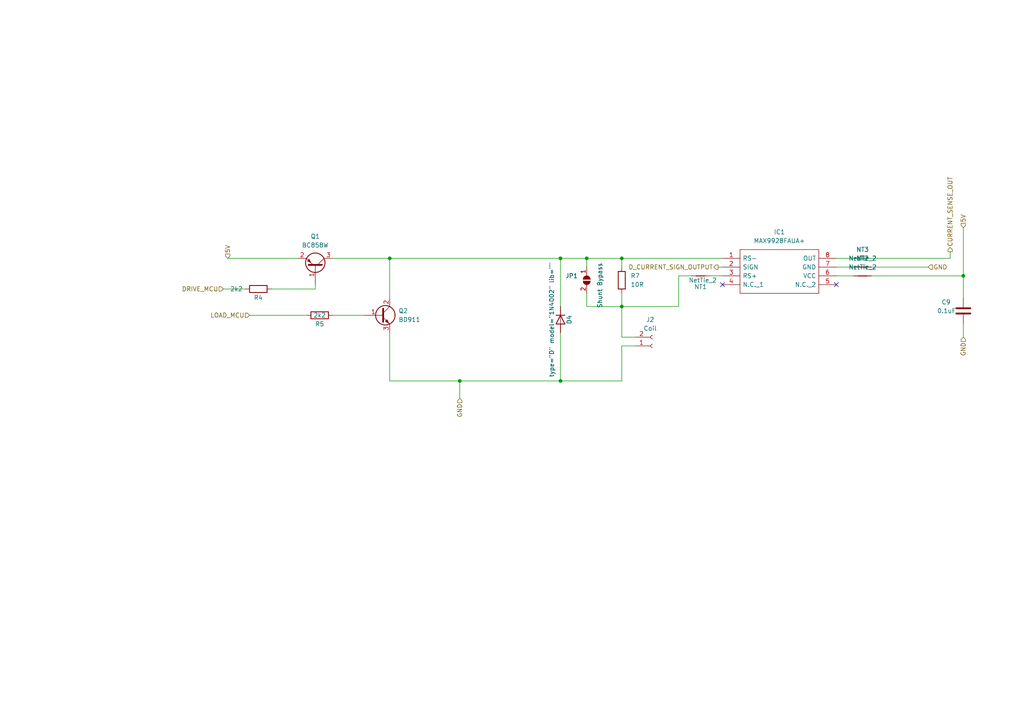
<source format=kicad_sch>
(kicad_sch (version 20211123) (generator eeschema)
  (paper "A4")
  (lib_symbols
    (symbol "Connector:Conn_01x02_Female" (pin_names (offset 1.016) hide)
      (property "Reference" "J" (at 0 2.54 0))
      (property "Value" "Conn_01x02_Female" (at 0 -5.08 0))
      (symbol "Conn_01x02_Female_1_1"
        (arc (start 0 -2.032) (mid -0.508 -2.54) (end 0 -3.048) (stroke (width 0.1524)))
        (polyline (pts (xy -1.27 -2.54) (xy -0.508 -2.54)) (stroke (width 0.1524)))
        (polyline (pts (xy -1.27 0) (xy -0.508 0)) (stroke (width 0.1524)))
        (arc (start 0 0.508) (mid -0.508 0) (end 0 -0.508) (stroke (width 0.1524)))
        (pin passive line (at -5.08 0 0) (length 3.81) (name "Pin_1") (number "1"))
        (pin passive line (at -5.08 -2.54 0) (length 3.81) (name "Pin_2") (number "2"))
      )
    )
    (symbol "Device:C" (pin_numbers hide) (pin_names (offset 0.254))
      (property "Reference" "C" (at 0.635 2.54 0))
      (property "Value" "C" (at 0.635 -2.54 0))
      (symbol "C_0_1"
        (polyline (pts (xy -2.032 -0.762) (xy 2.032 -0.762)) (stroke (width 0.508)))
        (polyline (pts (xy -2.032 0.762) (xy 2.032 0.762)) (stroke (width 0.508)))
      )
      (symbol "C_1_1"
        (pin passive line (at 0 3.81 270) (length 2.794) (name "~") (number "1"))
        (pin passive line (at 0 -3.81 90) (length 2.794) (name "~") (number "2"))
      )
    )
    (symbol "Device:NetTie_2" (pin_numbers hide) (pin_names (offset 0) hide)
      (property "Reference" "NT" (at 0 1.27 0))
      (property "Value" "NetTie_2" (at 0 -1.27 0))
      (symbol "NetTie_2_0_1"
        (polyline (pts (xy -1.27 0) (xy 1.27 0)) (stroke (width 0.254)))
      )
      (symbol "NetTie_2_1_1"
        (pin passive line (at -2.54 0 0) (length 2.54) (name "1") (number "1"))
        (pin passive line (at 2.54 0 180) (length 2.54) (name "2") (number "2"))
      )
    )
    (symbol "Device:R" (pin_numbers hide) (pin_names (offset 0))
      (property "Reference" "R" (at 2.032 0 90))
      (property "Value" "R" (at 0 0 90))
      (symbol "R_0_1"
        (rectangle (start -1.016 -2.54) (end 1.016 2.54) (stroke (width 0.254)))
      )
      (symbol "R_1_1"
        (pin passive line (at 0 3.81 270) (length 1.27) (name "~") (number "1"))
        (pin passive line (at 0 -3.81 90) (length 1.27) (name "~") (number "2"))
      )
    )
    (symbol "Jumper:SolderJumper_2_Open" (pin_names (offset 0) hide)
      (property "Reference" "JP" (at 0 2.032 0))
      (property "Value" "SolderJumper_2_Open" (at 0 -2.54 0))
      (symbol "SolderJumper_2_Open_0_1"
        (arc (start -0.254 1.016) (mid -1.27 0) (end -0.254 -1.016))
        (arc (start -0.254 1.016) (mid -1.27 0) (end -0.254 -1.016) (fill (type outline)))
        (polyline (pts (xy -0.254 1.016) (xy -0.254 -1.016)))
        (polyline (pts (xy 0.254 1.016) (xy 0.254 -1.016)))
        (arc (start 0.254 -1.016) (mid 1.27 0) (end 0.254 1.016))
        (arc (start 0.254 -1.016) (mid 1.27 0) (end 0.254 1.016) (fill (type outline)))
      )
      (symbol "SolderJumper_2_Open_1_1"
        (pin passive line (at -3.81 0 0) (length 2.54) (name "A") (number "1"))
        (pin passive line (at 3.81 0 180) (length 2.54) (name "B") (number "2"))
      )
    )
    (symbol "MAX9928FAUA+:MAX9928FAUA+" (pin_names (offset 0.762))
      (property "Reference" "IC" (at 29.21 7.62 0))
      (property "Value" "MAX9928FAUA+" (at 29.21 5.08 0))
      (symbol "MAX9928FAUA+_0_0"
        (pin passive line (at 0 0 0) (length 5.08) (name "RS-") (number "1"))
        (pin passive line (at 0 -2.54 0) (length 5.08) (name "SIGN") (number "2"))
        (pin passive line (at 0 -5.08 0) (length 5.08) (name "RS+") (number "3"))
        (pin passive line (at 0 -7.62 0) (length 5.08) (name "N.C._1") (number "4"))
        (pin passive line (at 33.02 -7.62 180) (length 5.08) (name "N.C._2") (number "5"))
        (pin passive line (at 33.02 -5.08 180) (length 5.08) (name "VCC") (number "6"))
        (pin passive line (at 33.02 -2.54 180) (length 5.08) (name "GND") (number "7"))
        (pin passive line (at 33.02 0 180) (length 5.08) (name "OUT") (number "8"))
      )
      (symbol "MAX9928FAUA+_0_1"
        (polyline (pts (xy 5.08 2.54) (xy 27.94 2.54) (xy 27.94 -10.16) (xy 5.08 -10.16) (xy 5.08 2.54)) (stroke (width 0.1524)))
      )
    )
    (symbol "Simulation_SPICE:DIODE" (pin_numbers hide) (pin_names (offset 1.016) hide)
      (property "Reference" "D" (at 0 2.54 0))
      (property "Value" "DIODE" (at 0 -2.54 0))
      (symbol "DIODE_0_1"
        (polyline (pts (xy 1.27 0) (xy -1.27 0)))
        (polyline (pts (xy 1.27 1.27) (xy 1.27 -1.27)) (stroke (width 0.254)))
        (polyline (pts (xy -1.27 -1.27) (xy -1.27 1.27) (xy 1.27 0) (xy -1.27 -1.27)) (stroke (width 0.254)))
      )
      (symbol "DIODE_1_1"
        (pin passive line (at -3.81 0 0) (length 2.54) (name "A") (number "1"))
        (pin passive line (at 3.81 0 180) (length 2.54) (name "K") (number "2"))
      )
    )
    (symbol "Transistor_BJT:BC858W" (pin_names (offset 0) hide)
      (property "Reference" "Q" (at 5.08 1.905 0))
      (property "Value" "BC858W" (at 5.08 0 0))
      (symbol "BC858W_0_1"
        (polyline (pts (xy 0.635 0.635) (xy 2.54 2.54)))
        (polyline (pts (xy 0.635 -0.635) (xy 2.54 -2.54) (xy 2.54 -2.54)))
        (polyline (pts (xy 0.635 1.905) (xy 0.635 -1.905) (xy 0.635 -1.905)) (stroke (width 0.508)))
        (polyline (pts (xy 2.286 -1.778) (xy 1.778 -2.286) (xy 1.27 -1.27) (xy 2.286 -1.778) (xy 2.286 -1.778)) (fill (type outline)))
        (circle (center 1.27 0) (radius 2.8194) (stroke (width 0.254)))
      )
      (symbol "BC858W_1_1"
        (pin input line (at -5.08 0 0) (length 5.715) (name "B") (number "1"))
        (pin passive line (at 2.54 -5.08 90) (length 2.54) (name "E") (number "2"))
        (pin passive line (at 2.54 5.08 270) (length 2.54) (name "C") (number "3"))
      )
    )
    (symbol "Transistor_BJT:BD911" (pin_names (offset 0) hide)
      (property "Reference" "Q" (at 6.35 1.905 0))
      (property "Value" "BD911" (at 6.35 0 0))
      (symbol "BD911_0_1"
        (polyline (pts (xy 0.635 0.635) (xy 2.54 2.54)))
        (polyline (pts (xy 0.635 -0.635) (xy 2.54 -2.54) (xy 2.54 -2.54)))
        (polyline (pts (xy 0.635 1.905) (xy 0.635 -1.905) (xy 0.635 -1.905)) (stroke (width 0.508)))
        (polyline (pts (xy 1.27 -1.778) (xy 1.778 -1.27) (xy 2.286 -2.286) (xy 1.27 -1.778) (xy 1.27 -1.778)) (fill (type outline)))
        (circle (center 1.27 0) (radius 2.8194) (stroke (width 0.254)))
      )
      (symbol "BD911_1_1"
        (pin input line (at -5.08 0 0) (length 5.715) (name "B") (number "1"))
        (pin passive line (at 2.54 5.08 270) (length 2.54) (name "C") (number "2"))
        (pin passive line (at 2.54 -5.08 90) (length 2.54) (name "E") (number "3"))
      )
    )
  )
  (junction (at 113.03 74.93))
  (junction (at 162.56 110.49))
  (junction (at 180.34 88.9))
  (junction (at 133.35 110.49))
  (junction (at 162.56 74.93))
  (junction (at 180.34 74.93))
  (junction (at 279.4 80.01))
  (junction (at 170.18 74.93))
  (no_connect (at 242.57 82.55))
  (no_connect (at 209.55 82.55))
  (wire (pts (xy 180.34 88.9) (xy 170.18 88.9)))
  (wire (pts (xy 242.57 77.47) (xy 247.65 77.47)))
  (wire (pts (xy 91.44 83.82) (xy 91.44 82.55)))
  (wire (pts (xy 113.03 96.52) (xy 113.03 110.49)))
  (wire (pts (xy 242.57 80.01) (xy 247.65 80.01)))
  (wire (pts (xy 279.4 66.04) (xy 279.4 80.01)))
  (wire (pts (xy 162.56 110.49) (xy 180.34 110.49)))
  (wire (pts (xy 180.34 85.09) (xy 180.34 88.9)))
  (wire (pts (xy 170.18 74.93) (xy 180.34 74.93)))
  (wire (pts (xy 162.56 110.49) (xy 133.35 110.49)))
  (wire (pts (xy 180.34 100.33) (xy 180.34 110.49)))
  (wire (pts (xy 279.4 80.01) (xy 279.4 86.36)))
  (wire (pts (xy 170.18 74.93) (xy 170.18 77.47)))
  (wire (pts (xy 78.74 83.82) (xy 91.44 83.82)))
  (wire (pts (xy 180.34 100.33) (xy 184.15 100.33)))
  (wire (pts (xy 180.34 97.79) (xy 184.15 97.79)))
  (wire (pts (xy 64.77 83.82) (xy 71.12 83.82)))
  (wire (pts (xy 242.57 74.93) (xy 275.59 74.93)))
  (wire (pts (xy 66.04 74.93) (xy 86.36 74.93)))
  (wire (pts (xy 275.59 73.025) (xy 275.59 74.93)))
  (wire (pts (xy 162.56 96.52) (xy 162.56 110.49)))
  (wire (pts (xy 72.39 91.44) (xy 88.9 91.44)))
  (wire (pts (xy 113.03 74.93) (xy 113.03 86.36)))
  (wire (pts (xy 252.73 77.47) (xy 269.24 77.47)))
  (wire (pts (xy 180.34 74.93) (xy 209.55 74.93)))
  (wire (pts (xy 180.34 74.93) (xy 180.34 77.47)))
  (wire (pts (xy 279.4 97.79) (xy 279.4 93.98)))
  (wire (pts (xy 113.03 110.49) (xy 133.35 110.49)))
  (wire (pts (xy 196.85 80.01) (xy 196.85 88.9)))
  (wire (pts (xy 162.56 74.93) (xy 162.56 88.9)))
  (wire (pts (xy 180.34 88.9) (xy 196.85 88.9)))
  (wire (pts (xy 133.35 110.49) (xy 133.35 115.57)))
  (wire (pts (xy 196.85 80.01) (xy 200.66 80.01)))
  (wire (pts (xy 96.52 74.93) (xy 113.03 74.93)))
  (wire (pts (xy 113.03 74.93) (xy 162.56 74.93)))
  (wire (pts (xy 170.18 85.09) (xy 170.18 88.9)))
  (wire (pts (xy 180.34 97.79) (xy 180.34 88.9)))
  (wire (pts (xy 162.56 74.93) (xy 170.18 74.93)))
  (wire (pts (xy 96.52 91.44) (xy 105.41 91.44)))
  (wire (pts (xy 252.73 80.01) (xy 279.4 80.01)))
  (wire (pts (xy 205.74 80.01) (xy 209.55 80.01)))
  (wire (pts (xy 208.28 77.47) (xy 209.55 77.47)))
  (hierarchical_label "GND" (shape input) (at 269.24 77.47 0))
  (hierarchical_label "CURRENT_SENSE_OUT" (shape output) (at 275.59 73.025 90))
  (hierarchical_label "LOAD_MCU" (shape input) (at 72.39 91.44 180))
  (hierarchical_label "5V" (shape input) (at 279.4 66.04 90))
  (hierarchical_label "GND" (shape input) (at 279.4 97.79 270))
  (hierarchical_label "DRIVE_MCU" (shape input) (at 64.77 83.82 180))
  (hierarchical_label "D_CURRENT_SIGN_OUTPUT" (shape output) (at 208.28 77.47 180))
  (hierarchical_label "5V" (shape input) (at 66.04 74.93 90))
  (hierarchical_label "GND" (shape input) (at 133.35 115.57 270))
  (symbol (lib_id "Device:R") (at 92.71 91.44 270) (unit 1)
    (property "Reference" "R5" (at 92.71 93.98 90))
    (property "Value" "2k2" (at 92.71 91.44 90))
    (property "Footprint" "Resistor_SMD:R_0805_2012Metric_Pad1.20x1.40mm_HandSolder" (effects hide))
  )
  (symbol (lib_id "Device:R") (at 180.34 81.28 0) (mirror y) (unit 1)
    (property "Reference" "R7" (at 182.88 80.0099 0) (effects (justify right)))
    (property "Value" "10R" (at 182.88 82.5499 0) (effects (justify right)))
    (property "Footprint" "Resistor_SMD:R_0805_2012Metric_Pad1.20x1.40mm_HandSolder" (effects hide))
  )
  (symbol (lib_id "Jumper:SolderJumper_2_Open") (at 170.18 81.28 90) (mirror x) (unit 1)
    (property "Reference" "JP1" (at 167.64 80.0099 90) (effects (justify left)))
    (property "Value" "Shunt Bypass" (at 173.99 76.2 0) (effects (justify left)))
    (property "Footprint" "Jumper:SolderJumper-2_P1.3mm_Open_Pad1.0x1.5mm" (effects hide))
  )
  (symbol (lib_id "Connector:Conn_01x02_Female") (at 189.23 100.33 0) (mirror x) (unit 1)
    (property "Reference" "J2" (at 188.595 92.71 0))
    (property "Value" "Coil" (at 188.595 95.25 0))
    (property "Footprint" "Connector_Molex:RSPROPenduinoTerminal" (effects hide))
  )
  (symbol (lib_id "Simulation_SPICE:DIODE") (at 162.56 92.71 90) (unit 1)
    (property "Reference" "D4" (at 165.1 92.71 0))
    (property "Value" "1N4002" (at 160.02 92.71 0))
    (property "Footprint" "Diode_THT:D_T-1_P5.08mm_Horizontal" (effects hide))
    (property "Spice_Netlist_Enabled" "Y" (effects hide))
    (property "Spice_Primitive" "D" (effects hide))
  )
  (symbol (lib_id "Device:NetTie_2") (at 250.19 77.47 0) (unit 1)
    (property "Reference" "NT3" (at 250.19 72.39 0))
    (property "Value" "NetTie_2" (at 250.19 74.93 0))
    (property "Footprint" "NetTie:NetTie-2_SMD_Pad0.5mm" (effects hide))
  )
  (symbol (lib_id "Device:NetTie_2") (at 250.19 80.01 0) (unit 1)
    (property "Reference" "NT2" (at 250.19 74.93 0))
    (property "Value" "NetTie_2" (at 250.19 77.47 0))
    (property "Footprint" "NetTie:NetTie-2_SMD_Pad0.5mm" (effects hide))
  )
  (symbol (lib_id "Device:R") (at 74.93 83.82 270) (unit 1)
    (property "Reference" "R4" (at 74.93 86.36 90))
    (property "Value" "2k2" (at 68.58 83.82 90))
    (property "Footprint" "Resistor_SMD:R_0805_2012Metric_Pad1.20x1.40mm_HandSolder" (effects hide))
  )
  (symbol (lib_id "MAX9928FAUA+:MAX9928FAUA+") (at 209.55 74.93 0) (unit 1)
    (property "Reference" "IC1" (at 226.06 67.31 0))
    (property "Value" "MAX9928FAUA+" (at 226.06 69.85 0))
    (property "Footprint" "Sensor_Current:SOP65P490X110-8N" (effects hide))
    (property "Datasheet" "https://datasheet.datasheetarchive.com/originals/dk/DKDS-7/138374.pdf" (effects hide))
    (property "Description" "Maxim MAX9928FAUA+, Current Sensing Amplifier Single Bidirectional, Unidirectional 8-Pin uMAX" (effects hide))
    (property "Height" "1.1" (effects hide))
    (property "Manufacturer_Name" "Maxim Integrated" (effects hide))
    (property "Manufacturer_Part_Number" "MAX9928FAUA+" (effects hide))
    (property "Mouser Part Number" "700-MAX9928FAUA" (effects hide))
    (property "Mouser Price/Stock" "https://www.mouser.co.uk/ProductDetail/Maxim-Integrated/MAX9928FAUA%2b?qs=1eQvB6Dk1vjuLd8AJ8%252BsIw%3D%3D" (effects hide))
  )
  (symbol (lib_id "Device:NetTie_2") (at 203.2 80.01 0) (unit 1)
    (property "Reference" "NT1" (at 203.2 83.185 0))
    (property "Value" "NetTie_2" (at 203.835 81.28 0))
    (property "Footprint" "NetTie:NetTie-2_SMD_Pad0.5mm" (effects hide))
  )
  (symbol (lib_id "Transistor_BJT:BC858W") (at 91.44 77.47 270) (mirror x) (unit 1)
    (property "Reference" "Q1" (at 91.44 68.58 90))
    (property "Value" "BC858W" (at 91.44 71.12 90))
    (property "Footprint" "Package_TO_SOT_SMD:SOT-23" (effects hide))
    (property "Datasheet" "http://www.infineon.com/dgdl/Infineon-BC857SERIES_BC858SERIES_BC859SERIES_BC860SERIES-DS-v01_01-en.pdf?fileId=db3a304314dca389011541da0e3a1661" (effects hide))
  )
  (symbol (lib_id "Device:C") (at 279.4 90.17 0) (unit 1)
    (property "Reference" "C9" (at 273.05 87.63 0) (effects (justify left)))
    (property "Value" "0.1uF" (at 271.78 90.17 0) (effects (justify left)))
    (property "Footprint" "Capacitor_SMD:C_0805_2012Metric_Pad1.18x1.45mm_HandSolder" (effects hide))
  )
  (symbol (lib_id "Transistor_BJT:BD911") (at 110.49 91.44 0) (unit 1)
    (property "Reference" "Q2" (at 115.57 90.1699 0) (effects (justify left)))
    (property "Value" "BD911" (at 115.57 92.7099 0) (effects (justify left)))
    (property "Footprint" "Package_TO_SOT_SMD:SOT-23" (effects hide))
    (property "Datasheet" "http://www.st.com/internet/com/TECHNICAL_RESOURCES/TECHNICAL_LITERATURE/DATASHEET/CD00001277.pdf" (effects hide))
  )
)
</source>
